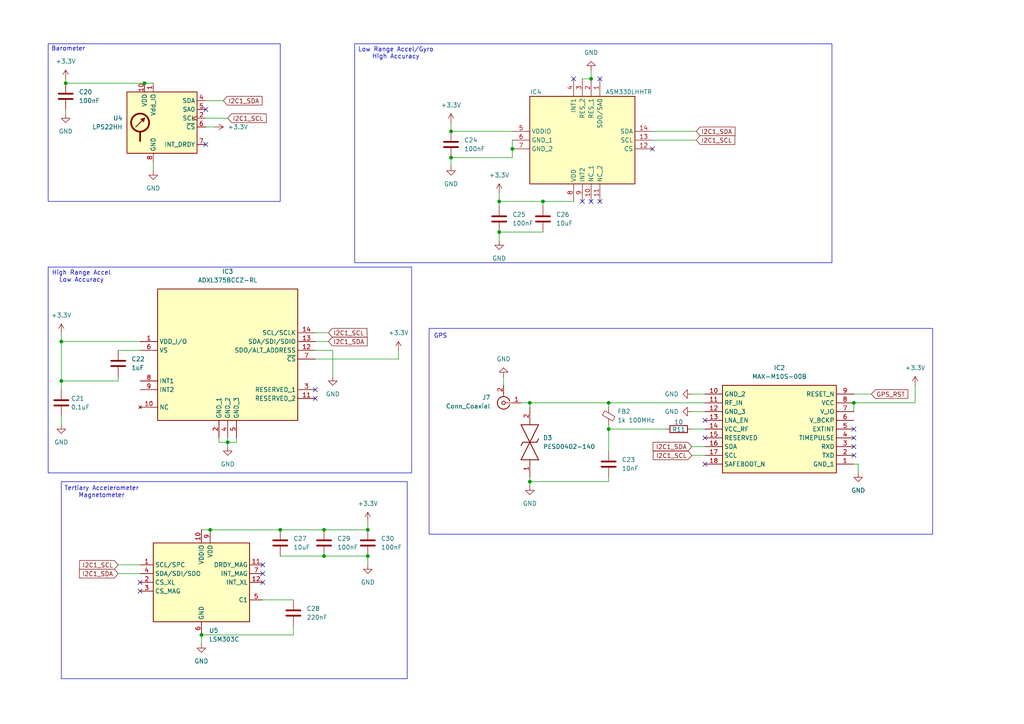
<source format=kicad_sch>
(kicad_sch (version 20231120) (generator "eeschema") (generator_version "8.0")
  (paper "A4")
  (lib_symbols
    (symbol "ADXL375BCCZ-RL_1"
      (property "Reference" "IC" (at 5.334 19.812 0))
      (property "Value" "ADXL375BCCZ-RL" (at 5.334 17.272 0))
      (symbol "ADXL375BCCZ-RL_1_1_1"
        (rectangle (start 5.08 15.24) (end 45.72 -22.86) (stroke (width 0.254)) (fill (type background)))
        (pin passive line (at 0 0 0) (length 5.08) (name "VDD_I/O") (number "1"))
        (pin no_connect line (at 0 -19.05 0) (length 5.08) (name "NC") (number "10"))
        (pin passive line (at 50.8 -16.51 180) (length 5.08) (name "RESERVED_2") (number "11"))
        (pin passive line (at 50.8 -2.54 180) (length 5.08) (name "SDO/ALT_ADDRESS") (number "12"))
        (pin passive line (at 50.8 0 180) (length 5.08) (name "SDA/SDI/SDIO") (number "13"))
        (pin passive line (at 50.8 2.54 180) (length 5.08) (name "SCL/SCLK") (number "14"))
        (pin passive line (at 22.86 -27.94 90) (length 5.08) (name "GND_1") (number "2"))
        (pin passive line (at 50.8 -13.97 180) (length 5.08) (name "RESERVED_1") (number "3"))
        (pin passive line (at 25.4 -27.94 90) (length 5.08) (name "GND_2") (number "4"))
        (pin passive line (at 27.94 -27.94 90) (length 5.08) (name "GND_3") (number "5"))
        (pin passive line (at 0 -2.54 0) (length 5.08) (name "VS") (number "6"))
        (pin passive line (at 50.8 -5.08 180) (length 5.08) (name "~{CS}") (number "7"))
        (pin passive line (at 0 -11.43 0) (length 5.08) (name "INT1") (number "8"))
        (pin passive line (at 0 -13.97 0) (length 5.08) (name "INT2") (number "9"))
      )
    )
    (symbol "Connector:Conn_Coaxial" (pin_names (offset 1.016) hide)
      (property "Reference" "J" (at 0.254 3.048 0))
      (property "Value" "Conn_Coaxial" (at 2.921 0 90))
      (symbol "Conn_Coaxial_0_1"
        (arc (start -1.778 -0.508) (mid 0.2311 -1.8066) (end 1.778 0) (stroke (width 0.254)))
        (polyline (pts (xy -2.54 0) (xy -0.508 0)))
        (polyline (pts (xy 0 -2.54) (xy 0 -1.778)))
        (circle (center 0 0) (radius 0.508) (stroke (width 0.2032)))
        (arc (start 1.778 0) (mid 0.2099 1.8101) (end -1.778 0.508) (stroke (width 0.254)))
      )
      (symbol "Conn_Coaxial_1_1"
        (pin passive line (at -5.08 0 0) (length 2.54) (name "In") (number "1"))
        (pin passive line (at 0 -5.08 90) (length 2.54) (name "Ext") (number "2"))
      )
    )
    (symbol "Device:C" (pin_numbers hide) (pin_names (offset 0.254))
      (property "Reference" "C" (at 0.635 2.54 0))
      (property "Value" "C" (at 0.635 -2.54 0))
      (symbol "C_0_1"
        (polyline (pts (xy -2.032 -0.762) (xy 2.032 -0.762)) (stroke (width 0.508)))
        (polyline (pts (xy -2.032 0.762) (xy 2.032 0.762)) (stroke (width 0.508)))
      )
      (symbol "C_1_1"
        (pin passive line (at 0 3.81 270) (length 2.794) (name "~") (number "1"))
        (pin passive line (at 0 -3.81 90) (length 2.794) (name "~") (number "2"))
      )
    )
    (symbol "Device:FerriteBead_Small" (pin_numbers hide) (pin_names (offset 0))
      (property "Reference" "FB" (at 1.905 1.27 0))
      (property "Value" "FerriteBead_Small" (at 1.905 -1.27 0))
      (symbol "FerriteBead_Small_0_1"
        (polyline (pts (xy 0 -1.27) (xy 0 -0.7874)))
        (polyline (pts (xy 0 0.889) (xy 0 1.2954)))
        (polyline (pts (xy -1.8288 0.2794) (xy -1.1176 1.4986) (xy 1.8288 -0.2032) (xy 1.1176 -1.4224) (xy -1.8288 0.2794)))
      )
      (symbol "FerriteBead_Small_1_1"
        (pin passive line (at 0 2.54 270) (length 1.27) (name "~") (number "1"))
        (pin passive line (at 0 -2.54 90) (length 1.27) (name "~") (number "2"))
      )
    )
    (symbol "Device:R" (pin_numbers hide) (pin_names (offset 0))
      (property "Reference" "R" (at 2.032 0 90))
      (property "Value" "R" (at 0 0 90))
      (symbol "R_0_1"
        (rectangle (start -1.016 -2.54) (end 1.016 2.54) (stroke (width 0.254)))
      )
      (symbol "R_1_1"
        (pin passive line (at 0 3.81 270) (length 1.27) (name "~") (number "1"))
        (pin passive line (at 0 -3.81 90) (length 1.27) (name "~") (number "2"))
      )
    )
    (symbol "Sensor_Motion:LSM303C"
      (property "Reference" "U" (at -11.43 15.24 0))
      (property "Value" "LSM303C" (at -5.08 13.97 0))
      (symbol "LSM303C_0_1"
        (rectangle (start 13.97 11.43) (end -13.97 -11.43) (stroke (width 0.254)) (fill (type background)))
      )
      (symbol "LSM303C_1_1"
        (pin input line (at -17.78 5.08 0) (length 3.81) (name "SCL/SPC") (number "1"))
        (pin power_in line (at 0 15.24 270) (length 3.81) (name "VDDIO") (number "10"))
        (pin output line (at 17.78 5.08 180) (length 3.81) (name "DRDY_MAG") (number "11"))
        (pin output line (at 17.78 0 180) (length 3.81) (name "INT_XL") (number "12"))
        (pin input line (at -17.78 0 0) (length 3.81) (name "CS_XL") (number "2"))
        (pin input line (at -17.78 -2.54 0) (length 3.81) (name "CS_MAG") (number "3"))
        (pin bidirectional line (at -17.78 2.54 0) (length 3.81) (name "SDA/SDI/SDO") (number "4"))
        (pin passive line (at 17.78 -5.08 180) (length 3.81) (name "C1") (number "5"))
        (pin power_in line (at 0 -15.24 90) (length 3.81) (name "GND") (number "6"))
        (pin output line (at 17.78 2.54 180) (length 3.81) (name "INT_MAG") (number "7"))
        (pin passive line (at 0 -15.24 90) (length 3.81) hide (name "GND") (number "8"))
        (pin power_in line (at 2.54 15.24 270) (length 3.81) (name "VDD") (number "9"))
      )
    )
    (symbol "Sensor_Pressure:LPS22HH"
      (property "Reference" "U" (at -11.43 1.27 0))
      (property "Value" "LPS22HH" (at -11.43 -1.27 0))
      (symbol "LPS22HH_0_1"
        (rectangle (start -10.16 10.16) (end 10.16 -7.62) (stroke (width 0.254)) (fill (type background)))
        (circle (center -6.35 1.27) (radius 2.6162) (stroke (width 0.508)))
        (polyline (pts (xy -7.62 0) (xy -5.08 2.54)) (stroke (width 0.254)))
        (polyline (pts (xy -6.35 -1.524) (xy -6.35 -4.064)) (stroke (width 0.508)))
        (polyline (pts (xy -5.08 2.54) (xy -5.334 1.524) (xy -6.096 2.286) (xy -5.08 2.54)) (stroke (width 0.254)) (fill (type outline)))
      )
      (symbol "LPS22HH_1_1"
        (pin power_in line (at -2.54 12.7 270) (length 2.54) (name "Vdd_IO") (number "1"))
        (pin power_in line (at -5.08 12.7 270) (length 2.54) (name "VDD") (number "10"))
        (pin input clock (at 12.7 2.54 180) (length 2.54) (name "SCL") (number "2"))
        (pin passive line (at -2.54 -10.16 90) (length 2.54) hide (name "GND") (number "3"))
        (pin bidirectional line (at 12.7 7.62 180) (length 2.54) (name "SDA") (number "4"))
        (pin input line (at 12.7 5.08 180) (length 2.54) (name "SA0") (number "5"))
        (pin input line (at 12.7 0 180) (length 2.54) (name "~{CS}") (number "6"))
        (pin output line (at 12.7 -5.08 180) (length 2.54) (name "INT_DRDY") (number "7"))
        (pin power_in line (at -2.54 -10.16 90) (length 2.54) (name "GND") (number "8"))
        (pin passive line (at -2.54 -10.16 90) (length 2.54) hide (name "GND") (number "9"))
      )
    )
    (symbol "VanguardLib:ASM330LHHTR"
      (property "Reference" "IC" (at 31.75 15.24 0))
      (property "Value" "ASM330LHHTR" (at 31.75 12.7 0))
      (symbol "ASM330LHHTR_1_1"
        (rectangle (start 5.08 10.16) (end 30.48 -20.32) (stroke (width 0.254)) (fill (type background)))
        (pin passive line (at 0 0 0) (length 5.08) (name "SDO/SA0") (number "1"))
        (pin passive line (at 35.56 -2.54 180) (length 5.08) (name "NC_1") (number "10"))
        (pin passive line (at 35.56 0 180) (length 5.08) (name "NC_2") (number "11"))
        (pin passive line (at 20.32 15.24 270) (length 5.08) (name "CS") (number "12"))
        (pin passive line (at 17.78 15.24 270) (length 5.08) (name "SCL") (number "13"))
        (pin passive line (at 15.24 15.24 270) (length 5.08) (name "SDA") (number "14"))
        (pin passive line (at 0 -2.54 0) (length 5.08) (name "RES_1") (number "2"))
        (pin passive line (at 0 -5.08 0) (length 5.08) (name "RES_2") (number "3"))
        (pin passive line (at 0 -7.62 0) (length 5.08) (name "INT1") (number "4"))
        (pin passive line (at 15.24 -25.4 90) (length 5.08) (name "VDDIO") (number "5"))
        (pin passive line (at 17.78 -25.4 90) (length 5.08) (name "GND_1") (number "6"))
        (pin passive line (at 20.32 -25.4 90) (length 5.08) (name "GND_2") (number "7"))
        (pin passive line (at 35.56 -7.62 180) (length 5.08) (name "VDD") (number "8"))
        (pin passive line (at 35.56 -5.08 180) (length 5.08) (name "INT2") (number "9"))
      )
    )
    (symbol "VanguardLib:MAX-M10S-00B"
      (property "Reference" "IC" (at 39.37 7.62 0))
      (property "Value" "MAX-M10S-00B" (at 39.37 5.08 0))
      (symbol "MAX-M10S-00B_1_1"
        (rectangle (start 5.08 2.54) (end 38.1 -22.86) (stroke (width 0.254)) (fill (type background)))
        (pin passive line (at 43.18 -20.32 180) (length 5.08) (name "GND_1") (number "1"))
        (pin passive line (at 0 0 0) (length 5.08) (name "GND_2") (number "10"))
        (pin passive line (at 0 -2.54 0) (length 5.08) (name "RF_IN") (number "11"))
        (pin passive line (at 0 -5.08 0) (length 5.08) (name "GND_3") (number "12"))
        (pin passive line (at 0 -7.62 0) (length 5.08) (name "LNA_EN") (number "13"))
        (pin passive line (at 0 -10.16 0) (length 5.08) (name "VCC_RF") (number "14"))
        (pin passive line (at 0 -12.7 0) (length 5.08) (name "RESERVED") (number "15"))
        (pin passive line (at 0 -15.24 0) (length 5.08) (name "SDA") (number "16"))
        (pin passive line (at 0 -17.78 0) (length 5.08) (name "SCL") (number "17"))
        (pin passive line (at 0 -20.32 0) (length 5.08) (name "SAFEBOOT_N") (number "18"))
        (pin passive line (at 43.18 -17.78 180) (length 5.08) (name "TXD") (number "2"))
        (pin passive line (at 43.18 -15.24 180) (length 5.08) (name "RXD") (number "3"))
        (pin passive line (at 43.18 -12.7 180) (length 5.08) (name "TIMEPULSE") (number "4"))
        (pin passive line (at 43.18 -10.16 180) (length 5.08) (name "EXTINT") (number "5"))
        (pin passive line (at 43.18 -7.62 180) (length 5.08) (name "V_BCKP") (number "6"))
        (pin passive line (at 43.18 -5.08 180) (length 5.08) (name "V_IO") (number "7"))
        (pin passive line (at 43.18 -2.54 180) (length 5.08) (name "VCC") (number "8"))
        (pin passive line (at 43.18 0 180) (length 5.08) (name "RESET_N") (number "9"))
      )
    )
    (symbol "VanguardLib:PESD0402-140" (pin_names hide)
      (property "Reference" "D" (at 12.7 8.89 0))
      (property "Value" "PESD0402-140" (at 12.7 6.35 0))
      (symbol "PESD0402-140_1_1"
        (polyline (pts (xy 5.08 2.54) (xy 5.08 -2.54)) (stroke (width 0.254)))
        (polyline (pts (xy 5.08 2.54) (xy 10.16 0)) (stroke (width 0.254)))
        (polyline (pts (xy 9.144 2.54) (xy 10.16 2.032)) (stroke (width 0.254)))
        (polyline (pts (xy 10.16 -2.032) (xy 10.16 2.032)) (stroke (width 0.254)))
        (polyline (pts (xy 10.16 -2.032) (xy 11.176 -2.54)) (stroke (width 0.254)))
        (polyline (pts (xy 10.16 0) (xy 5.08 -2.54)) (stroke (width 0.254)))
        (polyline (pts (xy 10.16 0) (xy 15.24 -2.54)) (stroke (width 0.254)))
        (polyline (pts (xy 15.24 2.54) (xy 10.16 0)) (stroke (width 0.254)))
        (polyline (pts (xy 15.24 2.54) (xy 15.24 -2.54)) (stroke (width 0.254)))
        (pin passive line (at 0 0 0) (length 5.08) (name "1") (number "1"))
        (pin passive line (at 20.32 0 180) (length 5.08) (name "2") (number "2"))
      )
    )
    (symbol "power:+3.3V" (power) (pin_numbers hide) (pin_names (offset 0) hide)
      (property "Value" "+3.3V" (at 0 3.556 0))
      (symbol "+3.3V_0_1"
        (polyline (pts (xy -0.762 1.27) (xy 0 2.54)))
        (polyline (pts (xy 0 0) (xy 0 2.54)))
        (polyline (pts (xy 0 2.54) (xy 0.762 1.27)))
      )
      (symbol "+3.3V_1_1"
        (pin power_in line (at 0 0 90) (length 0) (name "~") (number "1"))
      )
    )
    (symbol "power:GND" (power) (pin_numbers hide) (pin_names (offset 0) hide)
      (property "Value" "GND" (at 0 -3.81 0))
      (symbol "GND_0_1"
        (polyline (pts (xy 0 0) (xy 0 -1.27) (xy 1.27 -1.27) (xy 0 -2.54) (xy -1.27 -1.27) (xy 0 -1.27)))
      )
      (symbol "GND_1_1"
        (pin power_in line (at 0 0 270) (length 0) (name "~") (number "1"))
      )
    )
  )
  (junction (at 171.45 22.86))
  (junction (at 176.53 116.84))
  (junction (at 153.67 116.84))
  (junction (at 81.28 153.67))
  (junction (at 148.59 43.18))
  (junction (at 106.68 153.67))
  (junction (at 130.81 38.1))
  (junction (at 93.98 153.67))
  (junction (at 93.98 161.29))
  (junction (at 176.53 124.46))
  (junction (at 144.78 67.31))
  (junction (at 19.05 24.13))
  (junction (at 153.67 139.7))
  (junction (at 144.78 58.42))
  (junction (at 60.96 153.67))
  (junction (at 17.78 110.49))
  (junction (at 17.78 99.06))
  (junction (at 41.91 24.13))
  (junction (at 106.68 161.29))
  (junction (at 58.42 184.15))
  (junction (at 66.04 128.27))
  (junction (at 130.81 45.72))
  (junction (at 157.48 58.42))
  (junction (at 247.65 116.84))
  (no_connect (at 76.2 166.37))
  (no_connect (at 171.45 58.42))
  (no_connect (at 91.44 115.57))
  (no_connect (at 59.69 41.91))
  (no_connect (at 168.91 58.42))
  (no_connect (at 173.99 58.42))
  (no_connect (at 76.2 163.83))
  (no_connect (at 204.47 134.62))
  (no_connect (at 40.64 168.91))
  (no_connect (at 247.65 127))
  (no_connect (at 40.64 171.45))
  (no_connect (at 91.44 113.03))
  (no_connect (at 173.99 22.86))
  (no_connect (at 189.23 43.18))
  (no_connect (at 247.65 129.54))
  (no_connect (at 204.47 127))
  (no_connect (at 59.69 31.75))
  (no_connect (at 204.47 121.92))
  (no_connect (at 166.37 22.86))
  (no_connect (at 76.2 168.91))
  (no_connect (at 247.65 124.46))
  (no_connect (at 247.65 132.08))
  (wire (pts (xy 60.96 153.67) (xy 81.28 153.67)))
  (wire (pts (xy 247.65 116.84) (xy 265.43 116.84)))
  (wire (pts (xy 171.45 20.32) (xy 171.45 22.86)))
  (wire (pts (xy 68.58 128.27) (xy 68.58 127)))
  (wire (pts (xy 130.81 48.26) (xy 130.81 45.72)))
  (wire (pts (xy 176.53 139.7) (xy 153.67 139.7)))
  (wire (pts (xy 93.98 153.67) (xy 106.68 153.67)))
  (wire (pts (xy 66.04 128.27) (xy 68.58 128.27)))
  (wire (pts (xy 66.04 34.29) (xy 59.69 34.29)))
  (wire (pts (xy 91.44 96.52) (xy 95.25 96.52)))
  (wire (pts (xy 248.92 134.62) (xy 248.92 137.16)))
  (wire (pts (xy 144.78 58.42) (xy 144.78 55.88)))
  (wire (pts (xy 34.29 163.83) (xy 40.64 163.83)))
  (wire (pts (xy 200.66 132.08) (xy 204.47 132.08)))
  (wire (pts (xy 247.65 134.62) (xy 248.92 134.62)))
  (wire (pts (xy 93.98 161.29) (xy 106.68 161.29)))
  (wire (pts (xy 58.42 184.15) (xy 58.42 186.69)))
  (wire (pts (xy 66.04 127) (xy 66.04 128.27)))
  (wire (pts (xy 189.23 38.1) (xy 201.93 38.1)))
  (wire (pts (xy 247.65 116.84) (xy 247.65 119.38)))
  (wire (pts (xy 153.67 116.84) (xy 176.53 116.84)))
  (wire (pts (xy 115.57 101.6) (xy 115.57 104.14)))
  (wire (pts (xy 91.44 101.6) (xy 96.52 101.6)))
  (wire (pts (xy 19.05 24.13) (xy 41.91 24.13)))
  (wire (pts (xy 176.53 124.46) (xy 176.53 130.81)))
  (wire (pts (xy 146.05 109.22) (xy 146.05 111.76)))
  (wire (pts (xy 34.29 166.37) (xy 40.64 166.37)))
  (wire (pts (xy 58.42 153.67) (xy 60.96 153.67)))
  (wire (pts (xy 81.28 161.29) (xy 93.98 161.29)))
  (wire (pts (xy 157.48 58.42) (xy 166.37 58.42)))
  (wire (pts (xy 85.09 184.15) (xy 58.42 184.15)))
  (wire (pts (xy 130.81 45.72) (xy 148.59 45.72)))
  (wire (pts (xy 144.78 69.85) (xy 144.78 67.31)))
  (wire (pts (xy 247.65 114.3) (xy 252.73 114.3)))
  (wire (pts (xy 144.78 59.69) (xy 144.78 58.42)))
  (wire (pts (xy 81.28 153.67) (xy 93.98 153.67)))
  (wire (pts (xy 19.05 31.75) (xy 19.05 33.02)))
  (wire (pts (xy 200.66 129.54) (xy 204.47 129.54)))
  (wire (pts (xy 176.53 116.84) (xy 204.47 116.84)))
  (wire (pts (xy 63.5 127) (xy 63.5 128.27)))
  (wire (pts (xy 34.29 110.49) (xy 34.29 109.22)))
  (wire (pts (xy 157.48 59.69) (xy 157.48 58.42)))
  (wire (pts (xy 64.77 29.21) (xy 59.69 29.21)))
  (wire (pts (xy 176.53 116.84) (xy 176.53 118.11)))
  (wire (pts (xy 200.66 124.46) (xy 204.47 124.46)))
  (wire (pts (xy 106.68 161.29) (xy 106.68 163.83)))
  (wire (pts (xy 44.45 46.99) (xy 44.45 49.53)))
  (wire (pts (xy 176.53 138.43) (xy 176.53 139.7)))
  (wire (pts (xy 17.78 120.65) (xy 17.78 123.19)))
  (wire (pts (xy 17.78 110.49) (xy 34.29 110.49)))
  (wire (pts (xy 17.78 113.03) (xy 17.78 110.49)))
  (wire (pts (xy 19.05 22.86) (xy 19.05 24.13)))
  (wire (pts (xy 76.2 173.99) (xy 85.09 173.99)))
  (wire (pts (xy 148.59 40.64) (xy 148.59 43.18)))
  (wire (pts (xy 153.67 138.43) (xy 153.67 139.7)))
  (wire (pts (xy 63.5 128.27) (xy 66.04 128.27)))
  (wire (pts (xy 168.91 22.86) (xy 171.45 22.86)))
  (wire (pts (xy 34.29 101.6) (xy 40.64 101.6)))
  (wire (pts (xy 265.43 111.76) (xy 265.43 116.84)))
  (wire (pts (xy 17.78 96.52) (xy 17.78 99.06)))
  (wire (pts (xy 85.09 181.61) (xy 85.09 184.15)))
  (wire (pts (xy 151.13 116.84) (xy 153.67 116.84)))
  (wire (pts (xy 41.91 24.13) (xy 44.45 24.13)))
  (wire (pts (xy 130.81 35.56) (xy 130.81 38.1)))
  (wire (pts (xy 144.78 67.31) (xy 157.48 67.31)))
  (wire (pts (xy 193.04 124.46) (xy 176.53 124.46)))
  (wire (pts (xy 59.69 36.83) (xy 62.23 36.83)))
  (wire (pts (xy 96.52 101.6) (xy 96.52 109.22)))
  (wire (pts (xy 153.67 116.84) (xy 153.67 118.11)))
  (wire (pts (xy 148.59 43.18) (xy 148.59 45.72)))
  (wire (pts (xy 106.68 151.13) (xy 106.68 153.67)))
  (wire (pts (xy 130.81 38.1) (xy 148.59 38.1)))
  (wire (pts (xy 176.53 123.19) (xy 176.53 124.46)))
  (wire (pts (xy 200.66 114.3) (xy 204.47 114.3)))
  (wire (pts (xy 17.78 99.06) (xy 17.78 110.49)))
  (wire (pts (xy 144.78 58.42) (xy 157.48 58.42)))
  (wire (pts (xy 17.78 99.06) (xy 40.64 99.06)))
  (wire (pts (xy 66.04 128.27) (xy 66.04 129.54)))
  (wire (pts (xy 153.67 139.7) (xy 153.67 140.97)))
  (wire (pts (xy 91.44 104.14) (xy 115.57 104.14)))
  (wire (pts (xy 200.66 119.38) (xy 204.47 119.38)))
  (wire (pts (xy 91.44 99.06) (xy 95.25 99.06)))
  (wire (pts (xy 189.23 40.64) (xy 201.93 40.64)))
  (rectangle (start 124.46 95.25) (end 270.51 154.94))
  (rectangle (start 17.78 139.7) (end 118.11 196.85))
  (rectangle (start 102.87 12.7) (end 241.3 76.2))
  (rectangle (start 13.97 77.47) (end 119.38 137.16))
  (rectangle (start 13.97 12.7) (end 81.28 58.42))
  (text "GPS" (at 127.762 97.536 0) (effects (font (size 1.27 1.27))))
  (text "Barometer" (at 19.812 14.224 0) (effects (font (size 1.27 1.27))))
  (text "High Range Accel\nLow Accuracy" (at 23.622 80.264 0) (effects (font (size 1.27 1.27))))
  (text "Tertiary Accelerometer\nMagnetometer" (at 29.464 142.748 0) (effects (font (size 1.27 1.27))))
  (text "Low Range Accel/Gyro\nHigh Accuracy" (at 114.808 15.494 0) (effects (font (size 1.27 1.27))))
  (global_label "GPS_RST" (shape input) (at 252.73 114.3 0) (property "Intersheetrefs" "${INTERSHEET_REFS}" (effects (hide yes))))
  (global_label "I2C1_SCL" (shape input) (at 34.29 163.83 180) (property "Intersheetrefs" "${INTERSHEET_REFS}" (effects (hide yes))))
  (global_label "I2C1_SDA" (shape input) (at 64.77 29.21 0) (property "Intersheetrefs" "${INTERSHEET_REFS}" (effects (hide yes))))
  (global_label "I2C1_SCL" (shape input) (at 95.25 96.52 0) (property "Intersheetrefs" "${INTERSHEET_REFS}" (effects (hide yes))))
  (global_label "I2C1_SCL" (shape input) (at 66.04 34.29 0) (property "Intersheetrefs" "${INTERSHEET_REFS}" (effects (hide yes))))
  (global_label "I2C1_SCL" (shape input) (at 200.66 132.08 180) (property "Intersheetrefs" "${INTERSHEET_REFS}" (effects (hide yes))))
  (global_label "I2C1_SCL" (shape input) (at 201.93 40.64 0) (property "Intersheetrefs" "${INTERSHEET_REFS}" (effects (hide yes))))
  (global_label "I2C1_SDA" (shape input) (at 200.66 129.54 180) (property "Intersheetrefs" "${INTERSHEET_REFS}" (effects (hide yes))))
  (global_label "I2C1_SDA" (shape input) (at 95.25 99.06 0) (property "Intersheetrefs" "${INTERSHEET_REFS}" (effects (hide yes))))
  (global_label "I2C1_SDA" (shape input) (at 34.29 166.37 180) (property "Intersheetrefs" "${INTERSHEET_REFS}" (effects (hide yes))))
  (global_label "I2C1_SDA" (shape input) (at 201.93 38.1 0) (property "Intersheetrefs" "${INTERSHEET_REFS}" (effects (hide yes))))
  (symbol (lib_id "power:GND") (at 200.66 119.38 270) (unit 1)
    (property "Reference" "#PWR051" (effects (hide yes)))
    (property "Value" "GND" (at 196.85 119.3799 90) (effects (justify right)))
    (property "Description" "Power symbol creates a global label with name \"GND\" , ground" (effects (hide yes)))
  )
  (symbol (lib_id "power:+3.3V") (at 106.68 151.13 0) (unit 1)
    (property "Reference" "#PWR058" (effects (hide yes)))
    (property "Value" "+3.3V" (at 106.68 146.05 0))
    (property "Description" "Power symbol creates a global label with name \"+3.3V\"" (effects (hide yes)))
  )
  (symbol (lib_id "power:GND") (at 171.45 20.32 180) (unit 1)
    (property "Reference" "#PWR056" (effects (hide yes)))
    (property "Value" "GND" (at 171.45 15.24 0))
    (property "Description" "Power symbol creates a global label with name \"GND\" , ground" (effects (hide yes)))
  )
  (symbol (lib_id "Device:C") (at 85.09 177.8 0) (unit 1)
    (property "Reference" "C28" (at 88.9 176.5299 0) (effects (justify left)))
    (property "Value" "220nF" (at 88.9 179.0699 0) (effects (justify left)))
    (property "Footprint" "Capacitor_SMD:C_0402_1005Metric" (effects (hide yes)))
    (property "Description" "Unpolarized capacitor" (effects (hide yes)))
  )
  (symbol (lib_id "power:+3.3V") (at 144.78 55.88 0) (unit 1)
    (property "Reference" "#PWR055" (effects (hide yes)))
    (property "Value" "+3.3V" (at 144.78 50.8 0))
    (property "Description" "Power symbol creates a global label with name \"+3.3V\"" (effects (hide yes)))
  )
  (symbol (lib_id "Device:R") (at 196.85 124.46 90) (unit 1)
    (property "Reference" "R11" (at 196.8734 124.5929 90))
    (property "Value" "10" (at 196.85 122.428 90))
    (property "Footprint" "Resistor_SMD:R_0402_1005Metric" (effects (hide yes)))
    (property "Description" "Resistor" (effects (hide yes)))
  )
  (symbol (lib_id "power:GND") (at 44.45 49.53 0) (unit 1)
    (property "Reference" "#PWR041" (effects (hide yes)))
    (property "Value" "GND" (at 44.45 54.61 0))
    (property "Description" "Power symbol creates a global label with name \"GND\" , ground" (effects (hide yes)))
  )
  (symbol (lib_id "Device:C") (at 157.48 63.5 0) (unit 1)
    (property "Reference" "C26" (at 161.29 62.2299 0) (effects (justify left)))
    (property "Value" "10uF" (at 161.29 64.7699 0) (effects (justify left)))
    (property "Footprint" "Capacitor_SMD:C_0402_1005Metric" (effects (hide yes)))
    (property "Description" "Unpolarized capacitor" (effects (hide yes)))
  )
  (symbol (lib_id "Device:C") (at 176.53 134.62 0) (unit 1)
    (property "Reference" "C23" (at 180.34 133.3499 0) (effects (justify left)))
    (property "Value" "10nF" (at 180.34 135.8899 0) (effects (justify left)))
    (property "Footprint" "Capacitor_SMD:C_0402_1005Metric" (effects (hide yes)))
    (property "Description" "Unpolarized capacitor" (effects (hide yes)))
  )
  (symbol (lib_id "VanguardLib:ASM330LHHTR") (at 173.99 22.86 270) (unit 1)
    (property "Reference" "IC4" (at 155.448 26.67 90))
    (property "Value" "ASM330LHHTR" (at 182.372 26.67 90))
    (property "Footprint" "VanguardLib:LSM6DS3USTR" (effects (hide yes)))
    (property "Datasheet" "https://www.st.com/resource/en/datasheet/asm330lhh.pdf" (effects (hide yes)))
    (property "Description" "STMICROELECTRONICS - ASM330LHHTR - MEMS MOD, 3-AXIS GYROSCOPE/ACCELEROMETER" (effects (hide yes)))
    (property "Height" "0.86" (effects (hide yes)))
    (property "Manufacturer_Name" "STMicroelectronics" (effects (hide yes)))
    (property "Manufacturer_Part_Number" "ASM330LHHTR" (effects (hide yes)))
    (property "Mouser Part Number" "511-ASM330LHHTR" (effects (hide yes)))
    (property "Mouser Price/Stock" "https://www.mouser.co.uk/ProductDetail/STMicroelectronics/ASM330LHHTR?qs=lc2O%252BfHJPVYgP8P9MzExKQ%3D%3D" (effects (hide yes)))
    (property "Arrow Part Number" "ASM330LHHTR" (effects (hide yes)))
    (property "Arrow Price/Stock" "https://www.arrow.com/en/products/asm330lhhtr/stmicroelectronics?region=europe" (effects (hide yes)))
  )
  (symbol (lib_id "power:+3.3V") (at 265.43 111.76 0) (unit 1)
    (property "Reference" "#PWR053" (effects (hide yes)))
    (property "Value" "+3.3V" (at 265.43 106.68 0))
    (property "Description" "Power symbol creates a global label with name \"+3.3V\"" (effects (hide yes)))
  )
  (symbol (lib_id "Connector:Conn_Coaxial") (at 146.05 116.84 180) (unit 1)
    (property "Reference" "J7" (at 142.24 115.2767 0) (effects (justify left)))
    (property "Value" "Conn_Coaxial" (at 142.24 117.8167 0) (effects (justify left)))
    (property "Footprint" "Connector_Coaxial:U.FL_Hirose_U.FL-R-SMT-1_Vertical" (effects (hide yes)))
    (property "Description" "coaxial connector (BNC, SMA, SMB, SMC, Cinch/RCA, LEMO, ...)" (effects (hide yes)))
  )
  (symbol (lib_id "power:GND") (at 153.67 140.97 0) (unit 1)
    (property "Reference" "#PWR049" (effects (hide yes)))
    (property "Value" "GND" (at 153.67 146.05 0))
    (property "Description" "Power symbol creates a global label with name \"GND\" , ground" (effects (hide yes)))
  )
  (symbol (lib_id "power:GND") (at 96.52 109.22 0) (unit 1)
    (property "Reference" "#PWR047" (effects (hide yes)))
    (property "Value" "GND" (at 96.52 114.3 0))
    (property "Description" "Power symbol creates a global label with name \"GND\" , ground" (effects (hide yes)))
  )
  (symbol (lib_id "power:GND") (at 248.92 137.16 0) (unit 1)
    (property "Reference" "#PWR052" (effects (hide yes)))
    (property "Value" "GND" (at 248.92 142.24 0))
    (property "Description" "Power symbol creates a global label with name \"GND\" , ground" (effects (hide yes)))
  )
  (symbol (lib_id "Sensor_Pressure:LPS22HH") (at 46.99 36.83 0) (unit 1)
    (property "Reference" "U4" (at 35.56 34.2899 0) (effects (justify right)))
    (property "Value" "LPS22HH" (at 35.56 36.8299 0) (effects (justify right)))
    (property "Footprint" "Package_LGA:ST_HLGA-10_2x2mm_P0.5mm_LayoutBorder3x2y" (effects (hide yes)))
    (property "Datasheet" "https://www.st.com/resource/en/datasheet/lps22hh.pdf" (effects (hide yes)))
    (property "Description" "MEMS nano pressure sensor, 260-1260 hPa, absolute digital output baromeeter, 24 bit, SPI, I2C, I3C, 0.65 Pa noise rms, ST_HLGA-10L" (effects (hide yes)))
  )
  (symbol (lib_id "power:+3.3V") (at 62.23 36.83 270) (unit 1)
    (property "Reference" "#PWR042" (effects (hide yes)))
    (property "Value" "+3.3V" (at 66.04 36.8299 90) (effects (justify left)))
    (property "Description" "Power symbol creates a global label with name \"+3.3V\"" (effects (hide yes)))
  )
  (symbol (lib_id "power:GND") (at 17.78 123.19 0) (unit 1)
    (property "Reference" "#PWR043" (effects (hide yes)))
    (property "Value" "GND" (at 17.78 128.27 0))
    (property "Description" "Power symbol creates a global label with name \"GND\" , ground" (effects (hide yes)))
  )
  (symbol (lib_id "power:+3.3V") (at 19.05 22.86 0) (unit 1)
    (property "Reference" "#PWR025" (effects (hide yes)))
    (property "Value" "+3.3V" (at 19.05 17.78 0))
    (property "Description" "Power symbol creates a global label with name \"+3.3V\"" (effects (hide yes)))
  )
  (symbol (lib_id "Device:C") (at 17.78 116.84 0) (unit 1)
    (property "Reference" "C21" (at 20.574 115.57 0) (effects (justify left)))
    (property "Value" "0.1uF" (at 20.574 118.11 0) (effects (justify left)))
    (property "Footprint" "Capacitor_SMD:C_0402_1005Metric" (effects (hide yes)))
    (property "Description" "Unpolarized capacitor" (effects (hide yes)))
  )
  (symbol (lib_id "Device:C") (at 106.68 157.48 0) (unit 1)
    (property "Reference" "C30" (at 110.49 156.2099 0) (effects (justify left)))
    (property "Value" "100nF" (at 110.49 158.7499 0) (effects (justify left)))
    (property "Footprint" "Capacitor_SMD:C_0402_1005Metric" (effects (hide yes)))
    (property "Description" "Unpolarized capacitor" (effects (hide yes)))
  )
  (symbol (lib_id "power:GND") (at 130.81 48.26 0) (unit 1)
    (property "Reference" "#PWR054" (effects (hide yes)))
    (property "Value" "GND" (at 130.81 53.34 0))
    (property "Description" "Power symbol creates a global label with name \"GND\" , ground" (effects (hide yes)))
  )
  (symbol (lib_id "VanguardLib:MAX-M10S-00B") (at 204.47 114.3 0) (unit 1)
    (property "Reference" "IC2" (at 226.06 106.68 0))
    (property "Value" "MAX-M10S-00B" (at 226.06 109.22 0))
    (property "Footprint" "VanguardLib:MAXM10S00B" (effects (hide yes)))
    (property "Datasheet" "https://content.u-blox.com/sites/default/files/MAX-M10S_IntegrationManual_UBX-20053088.pdf" (effects (hide yes)))
    (property "Description" "GPS Modules u-blox M10 GNSS LCC module, firmware in ROM, SAW filter, LNA" (effects (hide yes)))
    (property "Height" "2.7" (effects (hide yes)))
    (property "Mouser Part Number" "377-MAX-M10S-00B" (effects (hide yes)))
    (property "Mouser Price/Stock" "https://www.mouser.co.uk/ProductDetail/u-blox/MAX-M10S-00B?qs=A6eO%252BMLsxmT0PfQYPb7LLQ%3D%3D" (effects (hide yes)))
    (property "Manufacturer_Name" "u-blox" (effects (hide yes)))
    (property "Manufacturer_Part_Number" "MAX-M10S-00B" (effects (hide yes)))
  )
  (symbol (lib_id "power:GND") (at 200.66 114.3 270) (unit 1)
    (property "Reference" "#PWR050" (effects (hide yes)))
    (property "Value" "GND" (at 196.85 114.2999 90) (effects (justify right)))
    (property "Description" "Power symbol creates a global label with name \"GND\" , ground" (effects (hide yes)))
  )
  (symbol (lib_id "VanguardLib:PESD0402-140") (at 153.67 138.43 90) (unit 1)
    (property "Reference" "D3" (at 157.48 126.9999 90) (effects (justify right)))
    (property "Value" "PESD0402-140" (at 157.48 129.5399 90) (effects (justify right)))
    (property "Footprint" "VanguardLib:DIONC1005X43N" (effects (hide yes)))
    (property "Datasheet" "https://www.littelfuse.com/~/media/electronics/product_specifications/polymer_esd_suppressors/littelfuse_polymer_esd_suppressor_pesd0402_140_product_specification.pdf.pdf" (effects (hide yes)))
    (property "Description" "LITTELFUSE - PESD0402-140 - ESD SUPPRESSOR, 0402, 14V, 0.25PF" (effects (hide yes)))
    (property "Height" "0.43" (effects (hide yes)))
    (property "Mouser Part Number" "650-PESD0402-140" (effects (hide yes)))
    (property "Mouser Price/Stock" "https://www.mouser.co.uk/ProductDetail/Littelfuse/PESD0402-140?qs=y1EbU1W0OrtTHVfbQV6MTg%3D%3D" (effects (hide yes)))
    (property "Manufacturer_Name" "LITTELFUSE" (effects (hide yes)))
    (property "Manufacturer_Part_Number" "PESD0402-140" (effects (hide yes)))
  )
  (symbol (lib_id "Device:C") (at 34.29 105.41 0) (unit 1)
    (property "Reference" "C22" (at 38.1 104.1399 0) (effects (justify left)))
    (property "Value" "1uF" (at 38.1 106.6799 0) (effects (justify left)))
    (property "Footprint" "Capacitor_SMD:C_0402_1005Metric" (effects (hide yes)))
    (property "Description" "Unpolarized capacitor" (effects (hide yes)))
  )
  (symbol (lib_id "Device:C") (at 19.05 27.94 0) (unit 1)
    (property "Reference" "C20" (at 22.86 26.6699 0) (effects (justify left)))
    (property "Value" "100nF" (at 22.86 29.2099 0) (effects (justify left)))
    (property "Footprint" "Capacitor_SMD:C_0402_1005Metric" (effects (hide yes)))
    (property "Description" "Unpolarized capacitor" (effects (hide yes)))
  )
  (symbol (lib_id "power:+3.3V") (at 130.81 35.56 0) (unit 1)
    (property "Reference" "#PWR066" (effects (hide yes)))
    (property "Value" "+3.3V" (at 130.81 30.48 0))
    (property "Description" "Power symbol creates a global label with name \"+3.3V\"" (effects (hide yes)))
  )
  (symbol (lib_id "power:+3.3V") (at 115.57 101.6 0) (unit 1)
    (property "Reference" "#PWR046" (effects (hide yes)))
    (property "Value" "+3.3V" (at 115.57 96.52 0))
    (property "Description" "Power symbol creates a global label with name \"+3.3V\"" (effects (hide yes)))
  )
  (symbol (lib_name "ADXL375BCCZ-RL_1") (lib_id "VanguardLib:ADXL375BCCZ-RL") (at 40.64 99.06 0) (unit 1)
    (property "Reference" "IC3" (at 66.04 78.74 0))
    (property "Value" "ADXL375BCCZ-RL" (at 66.04 81.28 0))
    (property "Footprint" "ADXL375BCCZRL" (effects (hide yes)))
    (property "Datasheet" "https://www.analog.com/media/en/technical-documentation/data-sheets/ADXL375.PDF" (effects (hide yes)))
    (property "Description" "Accelerometer Triple +/-200g 2.5V/3.3V 14-Pin LGA T/R" (effects (hide yes)))
    (property "Height" "1" (effects (hide yes)))
    (property "Manufacturer_Name" "Analog Devices" (effects (hide yes)))
    (property "Manufacturer_Part_Number" "ADXL375BCCZ-RL" (effects (hide yes)))
    (property "Mouser Part Number" "584-ADXL375BCCZ-RL" (effects (hide yes)))
    (property "Mouser Price/Stock" "https://www.mouser.co.uk/ProductDetail/Analog-Devices/ADXL375BCCZ-RL?qs=S4ILP0tmc7TJMlib%2FEw0lA%3D%3D" (effects (hide yes)))
    (property "Arrow Part Number" "ADXL375BCCZ-RL" (effects (hide yes)))
    (property "Arrow Price/Stock" "https://www.arrow.com/en/products/adxl375bccz-rl/analog-devices?region=nac" (effects (hide yes)))
  )
  (symbol (lib_id "power:+3.3V") (at 17.78 96.52 0) (unit 1)
    (property "Reference" "#PWR044" (effects (hide yes)))
    (property "Value" "+3.3V" (at 17.78 91.44 0))
    (property "Description" "Power symbol creates a global label with name \"+3.3V\"" (effects (hide yes)))
  )
  (symbol (lib_id "Device:C") (at 93.98 157.48 0) (unit 1)
    (property "Reference" "C29" (at 97.79 156.2099 0) (effects (justify left)))
    (property "Value" "100nF" (at 97.79 158.7499 0) (effects (justify left)))
    (property "Footprint" "Capacitor_SMD:C_0402_1005Metric" (effects (hide yes)))
    (property "Description" "Unpolarized capacitor" (effects (hide yes)))
  )
  (symbol (lib_id "power:GND") (at 146.05 109.22 180) (unit 1)
    (property "Reference" "#PWR048" (effects (hide yes)))
    (property "Value" "GND" (at 146.05 104.14 0))
    (property "Description" "Power symbol creates a global label with name \"GND\" , ground" (effects (hide yes)))
  )
  (symbol (lib_id "Device:C") (at 130.81 41.91 0) (unit 1)
    (property "Reference" "C24" (at 134.62 40.6399 0) (effects (justify left)))
    (property "Value" "100nF" (at 134.62 43.1799 0) (effects (justify left)))
    (property "Footprint" "Capacitor_SMD:C_0402_1005Metric" (effects (hide yes)))
    (property "Description" "Unpolarized capacitor" (effects (hide yes)))
  )
  (symbol (lib_id "Device:C") (at 81.28 157.48 0) (unit 1)
    (property "Reference" "C27" (at 85.09 156.2099 0) (effects (justify left)))
    (property "Value" "10uF" (at 85.09 158.7499 0) (effects (justify left)))
    (property "Footprint" "Capacitor_SMD:C_0402_1005Metric" (effects (hide yes)))
    (property "Description" "Unpolarized capacitor" (effects (hide yes)))
  )
  (symbol (lib_id "power:GND") (at 66.04 129.54 0) (unit 1)
    (property "Reference" "#PWR045" (effects (hide yes)))
    (property "Value" "GND" (at 66.04 134.62 0))
    (property "Description" "Power symbol creates a global label with name \"GND\" , ground" (effects (hide yes)))
  )
  (symbol (lib_id "Device:FerriteBead_Small") (at 176.53 120.65 0) (unit 1)
    (property "Reference" "FB2" (at 179.07 119.3418 0) (effects (justify left)))
    (property "Value" "1k 100MHz" (at 179.07 121.8818 0) (effects (justify left)))
    (property "Footprint" "Capacitor_SMD:C_0603_1608Metric" (effects (hide yes)))
    (property "Datasheet" "https://www.mouser.com/datasheet/2/281/ENFA0004-1915711.pdf" (effects (hide yes)))
    (property "Description" "Ferrite bead, small symbol" (effects (hide yes)))
  )
  (symbol (lib_id "power:GND") (at 58.42 186.69 0) (unit 1)
    (property "Reference" "#PWR057" (effects (hide yes)))
    (property "Value" "GND" (at 58.42 191.77 0))
    (property "Description" "Power symbol creates a global label with name \"GND\" , ground" (effects (hide yes)))
  )
  (symbol (lib_id "power:GND") (at 106.68 163.83 0) (unit 1)
    (property "Reference" "#PWR059" (effects (hide yes)))
    (property "Value" "GND" (at 106.68 168.91 0))
    (property "Description" "Power symbol creates a global label with name \"GND\" , ground" (effects (hide yes)))
  )
  (symbol (lib_id "power:GND") (at 19.05 33.02 0) (unit 1)
    (property "Reference" "#PWR040" (effects (hide yes)))
    (property "Value" "GND" (at 19.05 38.1 0))
    (property "Description" "Power symbol creates a global label with name \"GND\" , ground" (effects (hide yes)))
  )
  (symbol (lib_id "Sensor_Motion:LSM303C") (at 58.42 168.91 0) (unit 1)
    (property "Reference" "U5" (at 60.6141 182.88 0) (effects (justify left)))
    (property "Value" "LSM303C" (at 60.6141 185.42 0) (effects (justify left)))
    (property "Footprint" "Package_LGA:LGA-12_2x2mm_P0.5mm" (effects (hide yes)))
    (property "Datasheet" "www.st.com/resource/en/datasheet/lsm303c.pdf" (effects (hide yes)))
    (property "Description" "I2C/SPI, 3D Accelerometer and 3D Magnetometer" (effects (hide yes)))
  )
  (symbol (lib_id "power:GND") (at 144.78 69.85 0) (unit 1)
    (property "Reference" "#PWR067" (effects (hide yes)))
    (property "Value" "GND" (at 144.78 74.93 0))
    (property "Description" "Power symbol creates a global label with name \"GND\" , ground" (effects (hide yes)))
  )
  (symbol (lib_id "Device:C") (at 144.78 63.5 0) (unit 1)
    (property "Reference" "C25" (at 148.59 62.2299 0) (effects (justify left)))
    (property "Value" "100nF" (at 148.59 64.7699 0) (effects (justify left)))
    (property "Footprint" "Capacitor_SMD:C_0402_1005Metric" (effects (hide yes)))
    (property "Description" "Unpolarized capacitor" (effects (hide yes)))
  )
)
</source>
